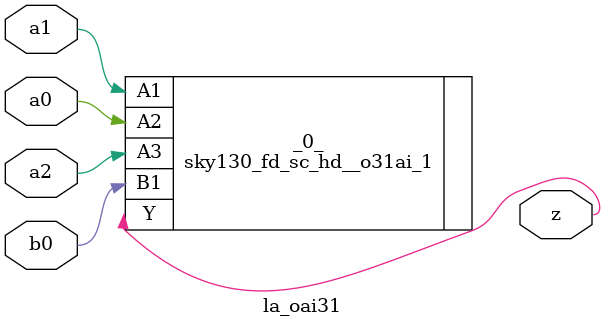
<source format=v>
/* Generated by Yosys 0.37 (git sha1 a5c7f69ed, clang 14.0.0-1ubuntu1.1 -fPIC -Os) */

module la_oai31(a0, a1, a2, b0, z);
  input a0;
  wire a0;
  input a1;
  wire a1;
  input a2;
  wire a2;
  input b0;
  wire b0;
  output z;
  wire z;
  sky130_fd_sc_hd__o31ai_1 _0_ (
    .A1(a1),
    .A2(a0),
    .A3(a2),
    .B1(b0),
    .Y(z)
  );
endmodule

</source>
